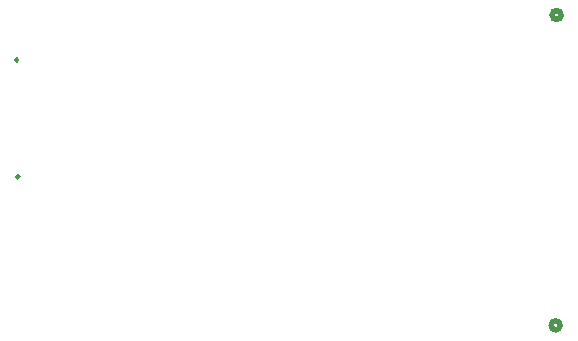
<source format=gbr>
%TF.GenerationSoftware,Altium Limited,Altium Designer,24.1.2 (44)*%
G04 Layer_Color=32896*
%FSLAX45Y45*%
%MOMM*%
%TF.SameCoordinates,B732CBCC-E828-4C79-96F4-07D60C07BBD8*%
%TF.FilePolarity,Positive*%
%TF.FileFunction,Legend,Bot*%
%TF.Part,Single*%
G01*
G75*
%TA.AperFunction,NonConductor*%
%ADD43C,0.50800*%
%ADD44C,0.25400*%
D43*
X6797800Y2785000D02*
G03*
X6721600Y2785000I-38100J0D01*
G01*
D02*
G03*
X6797800Y2785000I38100J0D01*
G01*
X6789800Y157500D02*
G03*
X6713600Y157500I-38100J0D01*
G01*
D02*
G03*
X6789800Y157500I38100J0D01*
G01*
D44*
X2196400Y1403700D02*
G03*
X2196400Y1429100I0J12700D01*
G01*
D02*
G03*
X2196400Y1403700I0J-12700D01*
G01*
X2188900Y2416600D02*
G03*
X2188900Y2391200I0J-12700D01*
G01*
D02*
G03*
X2188900Y2416600I0J12700D01*
G01*
%TF.MD5,c3e678920dff99c90c9436057a21975f*%
M02*

</source>
